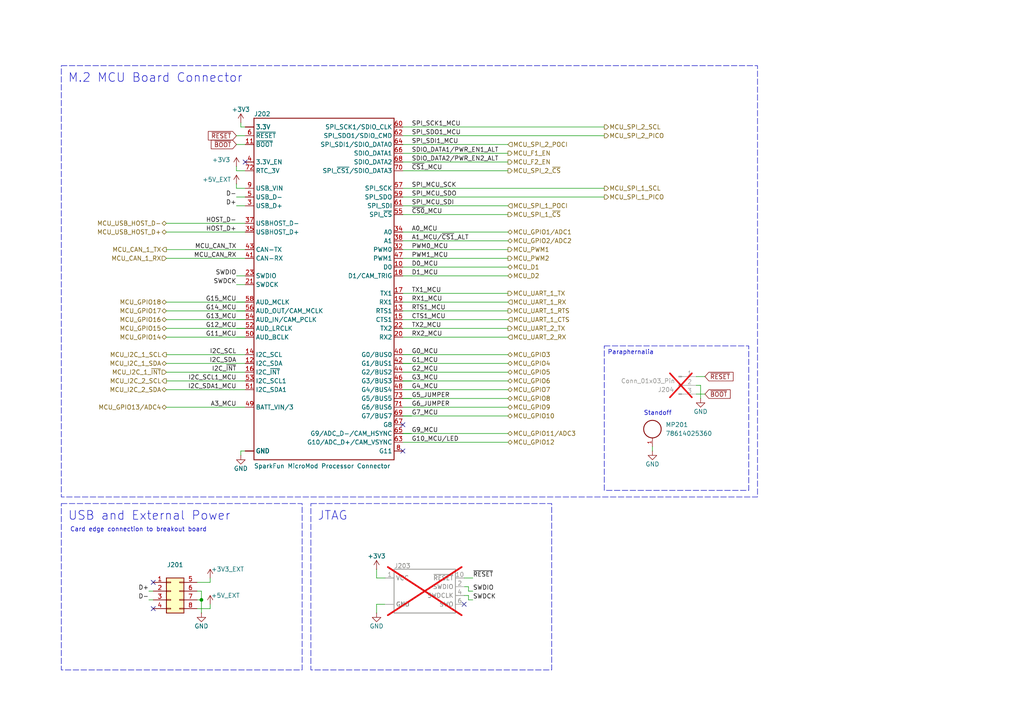
<source format=kicad_sch>
(kicad_sch (version 20231120) (generator "eeschema") (generator_version "8.0")
  (paper "A4")
  (title_block (title "bac MCU MicroMod Main Board Dual Function Single bacBus v1") (date "2025-02-12") (rev "1") (company "Build a CubeSat") (comment 1 "Manuel Imboden") (comment 2 "CC BY-SA 4.0") (comment 3 "https://buildacubesat.space"))
  (lib_symbols
    (symbol "Connector:Conn_01x03_Pin" (pin_names (offset 1.016) hide)
      (property "Reference" "J" (at 0 5.08 0))
      (property "Value" "Conn_01x03_Pin" (at 0 -5.08 0))
      (symbol "Conn_01x03_Pin_1_1"
        (polyline (pts (xy 1.27 -2.54) (xy 0.8636 -2.54)) (stroke (width 0.1524)))
        (polyline (pts (xy 1.27 0) (xy 0.8636 0)) (stroke (width 0.1524)))
        (polyline (pts (xy 1.27 2.54) (xy 0.8636 2.54)) (stroke (width 0.1524)))
        (rectangle (start 0.8636 -2.413) (end 0 -2.667) (stroke (width 0.1524)) (fill (type outline)))
        (rectangle (start 0.8636 0.127) (end 0 -0.127) (stroke (width 0.1524)) (fill (type outline)))
        (rectangle (start 0.8636 2.667) (end 0 2.413) (stroke (width 0.1524)) (fill (type outline)))
        (pin passive line (at 5.08 2.54 180) (length 3.81) (name "Pin_1") (number "1"))
        (pin passive line (at 5.08 0 180) (length 3.81) (name "Pin_2") (number "2"))
        (pin passive line (at 5.08 -2.54 180) (length 3.81) (name "Pin_3") (number "3"))
      )
    )
    (symbol "Connector_Generic:Conn_02x04_Top_Bottom" (pin_names (offset 1.016) hide)
      (property "Reference" "J" (at 1.27 5.08 0))
      (property "Value" "Conn_02x04_Top_Bottom" (at 1.27 -7.62 0))
      (symbol "Conn_02x04_Top_Bottom_1_1"
        (rectangle (start -1.27 -4.953) (end 0 -5.207) (stroke (width 0.1524)))
        (rectangle (start -1.27 -2.413) (end 0 -2.667) (stroke (width 0.1524)))
        (rectangle (start -1.27 0.127) (end 0 -0.127) (stroke (width 0.1524)))
        (rectangle (start -1.27 2.667) (end 0 2.413) (stroke (width 0.1524)))
        (rectangle (start -1.27 3.81) (end 3.81 -6.35) (stroke (width 0.254)) (fill (type background)))
        (rectangle (start 3.81 -4.953) (end 2.54 -5.207) (stroke (width 0.1524)))
        (rectangle (start 3.81 -2.413) (end 2.54 -2.667) (stroke (width 0.1524)))
        (rectangle (start 3.81 0.127) (end 2.54 -0.127) (stroke (width 0.1524)))
        (rectangle (start 3.81 2.667) (end 2.54 2.413) (stroke (width 0.1524)))
        (pin passive line (at -5.08 2.54 0) (length 3.81) (name "Pin_1") (number "1"))
        (pin passive line (at -5.08 0 0) (length 3.81) (name "Pin_2") (number "2"))
        (pin passive line (at -5.08 -2.54 0) (length 3.81) (name "Pin_3") (number "3"))
        (pin passive line (at -5.08 -5.08 0) (length 3.81) (name "Pin_4") (number "4"))
        (pin passive line (at 7.62 2.54 180) (length 3.81) (name "Pin_5") (number "5"))
        (pin passive line (at 7.62 0 180) (length 3.81) (name "Pin_6") (number "6"))
        (pin passive line (at 7.62 -2.54 180) (length 3.81) (name "Pin_7") (number "7"))
        (pin passive line (at 7.62 -5.08 180) (length 3.81) (name "Pin_8") (number "8"))
      )
    )
    (symbol "bac MicroMod Main Board v1:SparkFun JTAG"
      (symbol "SparkFun JTAG_1_0"
        (polyline (pts (xy -10.16 -5.08) (xy -10.16 7.62)) (stroke (width 0.254)))
        (polyline (pts (xy -10.16 7.62) (xy 7.62 7.62)) (stroke (width 0.254)))
        (polyline (pts (xy 7.62 -5.08) (xy -10.16 -5.08)) (stroke (width 0.254)))
        (polyline (pts (xy 7.62 7.62) (xy 7.62 -5.08)) (stroke (width 0.254)))
        (pin bidirectional line (at -12.7 5.08 0) (length 2.54) (name "VCC") (number "1"))
        (pin bidirectional line (at 10.16 5.08 180) (length 2.54) (name "~{RESET}") (number "10"))
        (pin bidirectional line (at 10.16 2.54 180) (length 2.54) (name "SWDIO") (number "2"))
        (pin bidirectional line (at -12.7 -2.54 0) (length 2.54) (name "GND") (number "3"))
        (pin bidirectional line (at 10.16 0 180) (length 2.54) (name "SWDCLK") (number "4"))
        (pin bidirectional line (at -12.7 -2.54 0) (length 2.54) (name "GND") (number "5"))
        (pin bidirectional line (at 10.16 -2.54 180) (length 2.54) (name "SWO") (number "6"))
        (pin bidirectional line (at -12.7 -2.54 0) (length 2.54) (name "GND") (number "9"))
      )
    )
    (symbol "bac MicroMod Main Board v1:SparkFun MicroMod Processor Connector"
      (symbol "SparkFun MicroMod Processor Connector_1_0"
        (polyline (pts (xy -20.32 -45.72) (xy -20.32 53.34)) (stroke (width 0.254)))
        (polyline (pts (xy -20.32 53.34) (xy 20.32 53.34)) (stroke (width 0.254)))
        (polyline (pts (xy 20.32 -45.72) (xy -20.32 -45.72)) (stroke (width 0.254)))
        (polyline (pts (xy 20.32 53.34) (xy 20.32 -45.72)) (stroke (width 0.254)))
        (pin bidirectional line (at -22.86 -43.18 0) (length 2.54) (name "GND") (number "1"))
        (pin bidirectional line (at 22.86 10.16 180) (length 2.54) (name "D0") (number "10"))
        (pin bidirectional line (at -22.86 45.72 0) (length 2.54) (name "~{BOOT}") (number "11"))
        (pin bidirectional line (at -22.86 -17.78 0) (length 2.54) (name "I2C_SDA") (number "12"))
        (pin bidirectional line (at 22.86 -2.54 180) (length 2.54) (name "RTS1") (number "13"))
        (pin bidirectional line (at -22.86 -15.24 0) (length 2.54) (name "I2C_SCL") (number "14"))
        (pin bidirectional line (at 22.86 -5.08 180) (length 2.54) (name "CTS1") (number "15"))
        (pin bidirectional line (at -22.86 -20.32 0) (length 2.54) (name "I2C_~{INT}") (number "16"))
        (pin bidirectional line (at 22.86 2.54 180) (length 2.54) (name "TX1") (number "17"))
        (pin bidirectional line (at 22.86 7.62 180) (length 2.54) (name "D1/CAM_TRIG") (number "18"))
        (pin bidirectional line (at 22.86 0 180) (length 2.54) (name "RX1") (number "19"))
        (pin bidirectional line (at -22.86 50.8 0) (length 2.54) (name "3.3V") (number "2"))
        (pin bidirectional line (at 22.86 -10.16 180) (length 2.54) (name "RX2") (number "20"))
        (pin bidirectional line (at -22.86 5.08 0) (length 2.54) (name "SWDCK") (number "21"))
        (pin bidirectional line (at 22.86 -7.62 180) (length 2.54) (name "TX2") (number "22"))
        (pin bidirectional line (at -22.86 7.62 0) (length 2.54) (name "SWDIO") (number "23"))
        (pin bidirectional line (at -22.86 27.94 0) (length 2.54) (name "USB_D+") (number "3"))
        (pin bidirectional line (at 22.86 15.24 180) (length 2.54) (name "PWM0") (number "32"))
        (pin bidirectional line (at -22.86 -43.18 0) (length 2.54) (name "GND") (number "33"))
        (pin bidirectional line (at 22.86 20.32 180) (length 2.54) (name "A0") (number "34"))
        (pin bidirectional line (at -22.86 20.32 0) (length 2.54) (name "USBHOST_D+") (number "35"))
        (pin bidirectional line (at -22.86 -43.18 0) (length 2.54) (name "GND") (number "36"))
        (pin bidirectional line (at -22.86 22.86 0) (length 2.54) (name "USBHOST_D-") (number "37"))
        (pin bidirectional line (at 22.86 17.78 180) (length 2.54) (name "A1") (number "38"))
        (pin bidirectional line (at -22.86 -43.18 0) (length 2.54) (name "GND") (number "39"))
        (pin bidirectional line (at -22.86 40.64 0) (length 2.54) (name "3.3V_EN") (number "4"))
        (pin bidirectional line (at 22.86 -15.24 180) (length 2.54) (name "G0/BUS0") (number "40"))
        (pin bidirectional line (at -22.86 12.7 0) (length 2.54) (name "CAN-RX") (number "41"))
        (pin bidirectional line (at 22.86 -17.78 180) (length 2.54) (name "G1/BUS1") (number "42"))
        (pin bidirectional line (at -22.86 15.24 0) (length 2.54) (name "CAN-TX") (number "43"))
        (pin bidirectional line (at 22.86 -20.32 180) (length 2.54) (name "G2/BUS2") (number "44"))
        (pin bidirectional line (at -22.86 -43.18 0) (length 2.54) (name "GND") (number "45"))
        (pin bidirectional line (at 22.86 -22.86 180) (length 2.54) (name "G3/BUS3") (number "46"))
        (pin bidirectional line (at 22.86 12.7 180) (length 2.54) (name "PWM1") (number "47"))
        (pin bidirectional line (at 22.86 -25.4 180) (length 2.54) (name "G4/BUS4") (number "48"))
        (pin bidirectional line (at -22.86 -30.48 0) (length 2.54) (name "BATT_VIN/3") (number "49"))
        (pin bidirectional line (at -22.86 30.48 0) (length 2.54) (name "USB_D-") (number "5"))
        (pin bidirectional line (at -22.86 -10.16 0) (length 2.54) (name "AUD_BCLK") (number "50"))
        (pin bidirectional line (at -22.86 -25.4 0) (length 2.54) (name "I2C_SDA1") (number "51"))
        (pin bidirectional line (at -22.86 -7.62 0) (length 2.54) (name "AUD_LRCLK") (number "52"))
        (pin bidirectional line (at -22.86 -22.86 0) (length 2.54) (name "I2C_SCL1") (number "53"))
        (pin bidirectional line (at -22.86 -5.08 0) (length 2.54) (name "AUD_IN/CAM_PCLK") (number "54"))
        (pin bidirectional line (at 22.86 25.4 180) (length 2.54) (name "SPI_~{CS}") (number "55"))
        (pin bidirectional line (at -22.86 -2.54 0) (length 2.54) (name "AUD_OUT/CAM_MCLK") (number "56"))
        (pin bidirectional line (at 22.86 33.02 180) (length 2.54) (name "SPI_SCK") (number "57"))
        (pin bidirectional line (at -22.86 0 0) (length 2.54) (name "AUD_MCLK") (number "58"))
        (pin bidirectional line (at 22.86 30.48 180) (length 2.54) (name "SPI_SDO") (number "59"))
        (pin bidirectional line (at -22.86 48.26 0) (length 2.54) (name "~{RESET}") (number "6"))
        (pin bidirectional line (at 22.86 50.8 180) (length 2.54) (name "SPI_SCK1/SDIO_CLK") (number "60"))
        (pin bidirectional line (at 22.86 27.94 180) (length 2.54) (name "SPI_SDI") (number "61"))
        (pin bidirectional line (at 22.86 48.26 180) (length 2.54) (name "SPI_SDO1/SDIO_CMD") (number "62"))
        (pin bidirectional line (at 22.86 -40.64 180) (length 2.54) (name "G10/ADC_D+/CAM_VSYNC") (number "63"))
        (pin bidirectional line (at 22.86 45.72 180) (length 2.54) (name "SPI_SDI1/SDIO_DATA0") (number "64"))
        (pin bidirectional line (at 22.86 -38.1 180) (length 2.54) (name "G9/ADC_D-/CAM_HSYNC") (number "65"))
        (pin bidirectional line (at 22.86 43.18 180) (length 2.54) (name "SDIO_DATA1") (number "66"))
        (pin bidirectional line (at 22.86 -35.56 180) (length 2.54) (name "G8") (number "67"))
        (pin bidirectional line (at 22.86 40.64 180) (length 2.54) (name "SDIO_DATA2") (number "68"))
        (pin bidirectional line (at 22.86 -33.02 180) (length 2.54) (name "G7/BUS7") (number "69"))
        (pin bidirectional line (at -22.86 -43.18 0) (length 2.54) (name "GND") (number "7"))
        (pin bidirectional line (at 22.86 38.1 180) (length 2.54) (name "SPI_~{CS1}/SDIO_DATA3") (number "70"))
        (pin bidirectional line (at 22.86 -30.48 180) (length 2.54) (name "G6/BUS6") (number "71"))
        (pin bidirectional line (at -22.86 38.1 0) (length 2.54) (name "RTC_3V") (number "72"))
        (pin bidirectional line (at 22.86 -27.94 180) (length 2.54) (name "G5/BUS5") (number "73"))
        (pin bidirectional line (at -22.86 50.8 0) (length 2.54) (name "3.3V") (number "74"))
        (pin bidirectional line (at -22.86 -43.18 0) (length 2.54) (name "GND") (number "75"))
        (pin bidirectional line (at 22.86 -43.18 180) (length 2.54) (name "G11") (number "8"))
        (pin bidirectional line (at -22.86 33.02 0) (length 2.54) (name "USB_VIN") (number "9"))
      )
    )
    (symbol "bac MicroMod Main Board v1:WE 9774025243R" (pin_names (offset 1.016))
      (property "Reference" "MP" (at 0 3.556 0))
      (property "Value" "WE-9774025243R" (at -9.144 -4.826 0))
      (symbol "WE 9774025243R_0_0"
        (circle (center 0 0) (radius 2.54) (stroke (width 0.254)))
        (pin passive line (at -5.08 0 0) (length 2.54) (name "~") (number "1"))
      )
    )
    (symbol "power:+3.3V" (power) (pin_numbers hide) (pin_names (offset 0) hide)
      (property "Value" "+3.3V" (at 0 3.556 0))
      (symbol "+3.3V_0_1"
        (polyline (pts (xy -0.762 1.27) (xy 0 2.54)))
        (polyline (pts (xy 0 0) (xy 0 2.54)))
        (polyline (pts (xy 0 2.54) (xy 0.762 1.27)))
      )
      (symbol "+3.3V_1_1"
        (pin power_in line (at 0 0 90) (length 0) (name "~") (number "1"))
      )
    )
    (symbol "power:GND" (power) (pin_numbers hide) (pin_names (offset 0) hide)
      (property "Value" "GND" (at 0 -3.81 0))
      (symbol "GND_0_1"
        (polyline (pts (xy 0 0) (xy 0 -1.27) (xy 1.27 -1.27) (xy 0 -2.54) (xy -1.27 -1.27) (xy 0 -1.27)))
      )
      (symbol "GND_1_1"
        (pin power_in line (at 0 0 270) (length 0) (name "~") (number "1"))
      )
    )
  )
  (junction (at 58.42 173.99))
  (no_connect (at 134.62 175.26))
  (no_connect (at 116.84 123.19))
  (no_connect (at 71.12 46.99))
  (no_connect (at 44.45 176.53))
  (no_connect (at 116.84 130.81))
  (no_connect (at 44.45 168.91))
  (wire (pts (xy 119.38 44.45) (xy 147.32 44.45)))
  (wire (pts (xy 147.32 125.73) (xy 116.84 125.73)))
  (wire (pts (xy 147.32 85.09) (xy 119.38 85.09)))
  (wire (pts (xy 116.84 44.45) (xy 119.38 44.45)) (stroke (width 0.1524)))
  (wire (pts (xy 69.85 130.81) (xy 71.12 130.81)) (stroke (width 0.1524)))
  (wire (pts (xy 48.26 97.79) (xy 71.12 97.79)))
  (wire (pts (xy 147.32 87.63) (xy 119.38 87.63)))
  (wire (pts (xy 189.23 130.81) (xy 189.23 129.54)))
  (wire (pts (xy 48.26 87.63) (xy 71.12 87.63)))
  (wire (pts (xy 71.12 87.63) (xy 68.58 87.63)) (stroke (width 0.1524)))
  (wire (pts (xy 109.22 175.26) (xy 109.22 177.8)) (stroke (width 0.1524)))
  (wire (pts (xy 147.32 120.65) (xy 116.84 120.65)))
  (wire (pts (xy 147.32 128.27) (xy 116.84 128.27)))
  (wire (pts (xy 48.26 118.11) (xy 71.12 118.11)))
  (wire (pts (xy 203.2 111.76) (xy 203.2 115.57)))
  (wire (pts (xy 116.84 39.37) (xy 119.38 39.37)) (stroke (width 0.1524)))
  (wire (pts (xy 68.58 57.15) (xy 71.12 57.15)))
  (wire (pts (xy 147.32 77.47) (xy 119.38 77.47)))
  (wire (pts (xy 116.84 59.69) (xy 147.32 59.69)) (stroke (width 0.1524)))
  (wire (pts (xy 119.38 97.79) (xy 116.84 97.79)) (stroke (width 0.1524)))
  (wire (pts (xy 48.26 102.87) (xy 71.12 102.87)) (stroke (width 0.1524)))
  (wire (pts (xy 135.89 173.99) (xy 135.89 172.72)) (stroke (width 0.1524)))
  (wire (pts (xy 68.58 82.55) (xy 71.12 82.55)) (stroke (width 0.1524)))
  (wire (pts (xy 119.38 36.83) (xy 175.26 36.83)))
  (wire (pts (xy 48.26 64.77) (xy 71.12 64.77)) (stroke (width 0.1524)))
  (wire (pts (xy 57.15 173.99) (xy 58.42 173.99)))
  (wire (pts (xy 71.12 49.53) (xy 68.58 49.53)))
  (wire (pts (xy 111.76 167.64) (xy 109.22 167.64)) (stroke (width 0.1524)))
  (wire (pts (xy 116.84 49.53) (xy 147.32 49.53)) (stroke (width 0.1524)))
  (wire (pts (xy 147.32 107.95) (xy 116.84 107.95)))
  (wire (pts (xy 119.38 80.01) (xy 116.84 80.01)) (stroke (width 0.1524)))
  (wire (pts (xy 116.84 118.11) (xy 119.38 118.11)) (stroke (width 0.1524)))
  (wire (pts (xy 48.26 90.17) (xy 71.12 90.17)))
  (wire (pts (xy 147.32 67.31) (xy 119.38 67.31)))
  (wire (pts (xy 116.84 115.57) (xy 119.38 115.57)) (stroke (width 0.1524)))
  (wire (pts (xy 71.12 92.71) (xy 68.58 92.71)) (stroke (width 0.1524)))
  (wire (pts (xy 147.32 74.93) (xy 119.38 74.93)))
  (wire (pts (xy 57.15 168.91) (xy 60.96 168.91)))
  (wire (pts (xy 147.32 118.11) (xy 116.84 118.11)))
  (wire (pts (xy 116.84 62.23) (xy 147.32 62.23)) (stroke (width 0.1524)))
  (wire (pts (xy 111.76 175.26) (xy 109.22 175.26)) (stroke (width 0.1524)))
  (wire (pts (xy 109.22 167.64) (xy 109.22 165.1)) (stroke (width 0.1524)))
  (wire (pts (xy 147.32 72.39) (xy 119.38 72.39)))
  (wire (pts (xy 116.84 128.27) (xy 119.38 128.27)) (stroke (width 0.1524)))
  (wire (pts (xy 147.32 90.17) (xy 119.38 90.17)))
  (wire (pts (xy 71.12 90.17) (xy 68.58 90.17)) (stroke (width 0.1524)))
  (wire (pts (xy 68.58 49.53) (xy 68.58 48.26)))
  (wire (pts (xy 48.26 113.03) (xy 68.58 113.03)))
  (wire (pts (xy 119.38 72.39) (xy 116.84 72.39)) (stroke (width 0.1524)))
  (wire (pts (xy 147.32 92.71) (xy 119.38 92.71)))
  (wire (pts (xy 116.84 54.61) (xy 175.26 54.61)) (stroke (width 0.1524)))
  (wire (pts (xy 135.89 170.18) (xy 134.62 170.18)) (stroke (width 0.1524)))
  (wire (pts (xy 119.38 105.41) (xy 116.84 105.41)) (stroke (width 0.1524)))
  (wire (pts (xy 116.84 90.17) (xy 119.38 90.17)) (stroke (width 0.1524)))
  (wire (pts (xy 147.32 95.25) (xy 119.38 95.25)))
  (wire (pts (xy 43.18 171.45) (xy 44.45 171.45)))
  (wire (pts (xy 119.38 110.49) (xy 116.84 110.49)) (stroke (width 0.1524)))
  (wire (pts (xy 116.84 92.71) (xy 119.38 92.71)) (stroke (width 0.1524)))
  (wire (pts (xy 147.32 97.79) (xy 119.38 97.79)))
  (wire (pts (xy 71.12 95.25) (xy 68.58 95.25)) (stroke (width 0.1524)))
  (wire (pts (xy 116.84 57.15) (xy 175.26 57.15)) (stroke (width 0.1524)))
  (wire (pts (xy 116.84 125.73) (xy 119.38 125.73)) (stroke (width 0.1524)))
  (wire (pts (xy 60.96 168.91) (xy 60.96 167.64)))
  (wire (pts (xy 68.58 39.37) (xy 71.12 39.37)))
  (wire (pts (xy 135.89 171.45) (xy 135.89 170.18)) (stroke (width 0.1524)))
  (wire (pts (xy 48.26 95.25) (xy 71.12 95.25)))
  (wire (pts (xy 58.42 171.45) (xy 58.42 173.99)))
  (wire (pts (xy 119.38 69.85) (xy 116.84 69.85)) (stroke (width 0.1524)))
  (wire (pts (xy 116.84 41.91) (xy 147.32 41.91)))
  (wire (pts (xy 147.32 102.87) (xy 116.84 102.87)))
  (wire (pts (xy 60.96 176.53) (xy 60.96 175.26)))
  (wire (pts (xy 119.38 77.47) (xy 116.84 77.47)) (stroke (width 0.1524)))
  (wire (pts (xy 116.84 120.65) (xy 119.38 120.65)) (stroke (width 0.1524)))
  (wire (pts (xy 48.26 67.31) (xy 71.12 67.31)) (stroke (width 0.1524)))
  (wire (pts (xy 48.26 107.95) (xy 71.12 107.95)) (stroke (width 0.1524)))
  (wire (pts (xy 147.32 80.01) (xy 119.38 80.01)))
  (wire (pts (xy 116.84 46.99) (xy 147.32 46.99)) (stroke (width 0.1524)))
  (wire (pts (xy 119.38 67.31) (xy 116.84 67.31)) (stroke (width 0.1524)))
  (wire (pts (xy 48.26 74.93) (xy 71.12 74.93)) (stroke (width 0.1524)))
  (wire (pts (xy 119.38 87.63) (xy 116.84 87.63)) (stroke (width 0.1524)))
  (wire (pts (xy 71.12 54.61) (xy 68.58 54.61)) (stroke (width 0.1524)))
  (wire (pts (xy 201.93 114.3) (xy 204.47 114.3)))
  (wire (pts (xy 43.18 173.99) (xy 44.45 173.99)))
  (wire (pts (xy 119.38 39.37) (xy 175.26 39.37)))
  (wire (pts (xy 116.84 36.83) (xy 119.38 36.83)) (stroke (width 0.1524)))
  (wire (pts (xy 71.12 113.03) (xy 68.58 113.03)) (stroke (width 0.1524)))
  (wire (pts (xy 48.26 105.41) (xy 68.58 105.41)))
  (wire (pts (xy 58.42 173.99) (xy 58.42 177.8)))
  (wire (pts (xy 147.32 113.03) (xy 116.84 113.03)))
  (wire (pts (xy 48.26 92.71) (xy 71.12 92.71)))
  (wire (pts (xy 134.62 167.64) (xy 137.16 167.64)) (stroke (width 0.1524)))
  (wire (pts (xy 69.85 36.83) (xy 71.12 36.83)))
  (wire (pts (xy 135.89 173.99) (xy 137.16 173.99)) (stroke (width 0.1524)))
  (wire (pts (xy 68.58 59.69) (xy 71.12 59.69)))
  (wire (pts (xy 116.84 74.93) (xy 119.38 74.93)) (stroke (width 0.1524)))
  (wire (pts (xy 71.12 97.79) (xy 68.58 97.79)) (stroke (width 0.1524)))
  (wire (pts (xy 68.58 105.41) (xy 71.12 105.41)) (stroke (width 0.1524)))
  (wire (pts (xy 48.26 72.39) (xy 71.12 72.39)) (stroke (width 0.1524)))
  (wire (pts (xy 69.85 130.81) (xy 69.85 132.08)) (stroke (width 0.1524)))
  (wire (pts (xy 201.93 109.22) (xy 204.47 109.22)))
  (wire (pts (xy 119.38 95.25) (xy 116.84 95.25)) (stroke (width 0.1524)))
  (wire (pts (xy 135.89 171.45) (xy 137.16 171.45)) (stroke (width 0.1524)))
  (wire (pts (xy 135.89 172.72) (xy 134.62 172.72)) (stroke (width 0.1524)))
  (wire (pts (xy 119.38 107.95) (xy 116.84 107.95)) (stroke (width 0.1524)))
  (wire (pts (xy 147.32 110.49) (xy 116.84 110.49)))
  (wire (pts (xy 69.85 35.56) (xy 69.85 36.83)))
  (wire (pts (xy 57.15 176.53) (xy 60.96 176.53)))
  (wire (pts (xy 201.93 111.76) (xy 203.2 111.76)))
  (wire (pts (xy 68.58 41.91) (xy 71.12 41.91)))
  (wire (pts (xy 68.58 53.34) (xy 68.58 54.61)) (stroke (width 0.1524)))
  (wire (pts (xy 48.26 110.49) (xy 71.12 110.49)) (stroke (width 0.1524)))
  (wire (pts (xy 119.38 102.87) (xy 116.84 102.87)) (stroke (width 0.1524)))
  (wire (pts (xy 68.58 80.01) (xy 71.12 80.01)) (stroke (width 0.1524)))
  (wire (pts (xy 147.32 115.57) (xy 116.84 115.57)))
  (wire (pts (xy 119.38 85.09) (xy 116.84 85.09)) (stroke (width 0.1524)))
  (wire (pts (xy 116.84 113.03) (xy 119.38 113.03)) (stroke (width 0.1524)))
  (wire (pts (xy 71.12 118.11) (xy 68.58 118.11)) (stroke (width 0.1524)))
  (wire (pts (xy 147.32 105.41) (xy 116.84 105.41)))
  (wire (pts (xy 147.32 69.85) (xy 119.38 69.85)))
  (wire (pts (xy 57.15 171.45) (xy 58.42 171.45)))
  (text_box "USB and External Power" (at 17.78 146.05 0) (size 69.85 48.26) (stroke (width 0) (type dash)) (effects (font (size 2.54 2.54)) (justify left top)))
  (text_box "JTAG" (at 90.17 146.05 0) (size 69.85 48.26) (stroke (width 0) (type dash)) (effects (font (size 2.54 2.54)) (justify left top)))
  (text_box "Paraphernalia" (at 175.26 100.33 0) (size 41.91 41.91) (stroke (width 0) (type dash)) (effects (font (size 1.27 1.27)) (justify left top)))
  (text_box "M.2 MCU Board Connector" (at 17.78 19.05 0) (size 201.93 125.095) (stroke (width 0) (type dash)) (effects (font (size 2.54 2.54)) (justify left top)))
  (text "Standoff" (at 186.69 120.65 0) (effects (font (size 1.27 1.27)) (justify left bottom)))
  (text "Card edge connection to breakout board" (at 20.32 153.67 0) (effects (font (size 1.27 1.27)) (justify left)))
  (label "G9_MCU" (at 119.38 125.73 0))
  (label "G7_MCU" (at 119.38 120.65 0))
  (label "SPI_SDI1_MCU" (at 119.38 41.91 0))
  (label "G0_MCU" (at 119.38 102.87 0))
  (label "PWM0_MCU" (at 119.38 72.39 0))
  (label "SWDCK" (at 68.58 82.55 180))
  (label "G1_MCU" (at 119.38 105.41 0))
  (label "G10_MCU{slash}LED" (at 119.38 128.27 0))
  (label "RX2_MCU" (at 119.38 97.79 0))
  (label "TX1_MCU" (at 119.38 85.09 0))
  (label "G12_MCU" (at 68.58 95.25 180))
  (label "G4_MCU" (at 119.38 113.03 0))
  (label "I2C_SCL" (at 68.58 102.87 180))
  (label "G5_JUMPER" (at 119.38 115.57 0))
  (label "SPI_SCK1_MCU" (at 119.38 36.83 0))
  (label "~{RESET}" (at 137.16 167.64 0))
  (label "SWDIO" (at 137.16 171.45 0))
  (label "RTS1_MCU" (at 119.38 90.17 0))
  (label "I2C_SDA1_MCU" (at 68.58 113.03 180))
  (label "PWM1_MCU" (at 119.38 74.93 0))
  (label "TX2_MCU" (at 119.38 95.25 0))
  (label "HOST_D-" (at 68.58 64.77 180))
  (label "D0_MCU" (at 119.38 77.47 0))
  (label "I2C_SCL1_MCU" (at 68.58 110.49 180))
  (label "D-" (at 43.18 173.99 180))
  (label "A0_MCU" (at 119.38 67.31 0))
  (label "G6_JUMPER" (at 119.38 118.11 0))
  (label "D1_MCU" (at 119.38 80.01 0))
  (label "I2C_~{INT}" (at 68.58 107.95 180))
  (label "SPI_MCU_SDI" (at 119.38 59.69 0))
  (label "G15_MCU" (at 68.58 87.63 180))
  (label "HOST_D+" (at 68.58 67.31 180))
  (label "SDIO_DATA1{slash}PWR_EN1_ALT" (at 119.38 44.45 0))
  (label "A3_MCU" (at 68.58 118.11 180))
  (label "SPI_MCU_SDO" (at 119.38 57.15 0))
  (label "SDIO_DATA2{slash}PWR_EN2_ALT" (at 119.38 46.99 0))
  (label "MCU_CAN_TX" (at 68.58 72.39 180))
  (label "D+" (at 68.58 59.69 180))
  (label "G13_MCU" (at 68.58 92.71 180))
  (label "G11_MCU" (at 68.58 97.79 180))
  (label "G2_MCU" (at 119.38 107.95 0))
  (label "I2C_SDA" (at 68.58 105.41 180))
  (label "SPI_SDO1_MCU" (at 119.38 39.37 0))
  (label "G14_MCU" (at 68.58 90.17 180))
  (label "SPI_MCU_SCK" (at 119.38 54.61 0))
  (label "RX1_MCU" (at 119.38 87.63 0))
  (label "~{CS1}_MCU" (at 119.38 49.53 0))
  (label "D-" (at 68.58 57.15 180))
  (label "D+" (at 43.18 171.45 180))
  (label "SWDCK" (at 137.16 173.99 0))
  (label "G3_MCU" (at 119.38 110.49 0))
  (label "~{CS0}_MCU" (at 119.38 62.23 0))
  (label "CTS1_MCU" (at 119.38 92.71 0))
  (label "MCU_CAN_RX" (at 68.58 74.93 180))
  (label "A1_MCU{slash}~{CS1}_ALT" (at 119.38 69.85 0))
  (label "SWDIO" (at 68.58 80.01 180))
  (global_label "~{BOOT}" (shape input) (at 68.58 41.91 180) (property "Intersheetrefs" "${INTERSHEET_REFS}" (effects (hide yes))))
  (global_label "~{BOOT}" (shape input) (at 204.47 114.3 0) (property "Intersheetrefs" "${INTERSHEET_REFS}" (effects (hide yes))))
  (global_label "~{RESET}" (shape input) (at 204.47 109.22 0) (property "Intersheetrefs" "${INTERSHEET_REFS}" (effects (hide yes))))
  (global_label "~{RESET}" (shape input) (at 68.58 39.37 180) (property "Intersheetrefs" "${INTERSHEET_REFS}" (effects (hide yes))))
  (hierarchical_label "MCU_GPIO9" (shape bidirectional) (at 147.32 118.11 0))
  (hierarchical_label "MCU_UART_1_TX" (shape output) (at 147.32 85.09 0))
  (hierarchical_label "MCU_GPIO11{slash}ADC3" (shape bidirectional) (at 147.32 125.73 0))
  (hierarchical_label "MCU_GPIO13{slash}ADC4" (shape bidirectional) (at 48.26 118.11 180))
  (hierarchical_label "MCU_SPI_1_POCI" (shape input) (at 147.32 59.69 0))
  (hierarchical_label "MCU_PWM1" (shape output) (at 147.32 72.39 0))
  (hierarchical_label "MCU_D2" (shape bidirectional) (at 147.32 80.01 0))
  (hierarchical_label "MCU_UART_1_RTS" (shape output) (at 147.32 90.17 0))
  (hierarchical_label "MCU_GPIO6" (shape bidirectional) (at 147.32 110.49 0))
  (hierarchical_label "MCU_UART_1_RX" (shape input) (at 147.32 87.63 0))
  (hierarchical_label "MCU_GPIO12" (shape bidirectional) (at 147.32 128.27 0))
  (hierarchical_label "MCU_F2_EN" (shape output) (at 147.32 46.99 0))
  (hierarchical_label "MCU_SPI_2_~{CS}" (shape output) (at 147.32 49.53 0))
  (hierarchical_label "MCU_USB_HOST_D+" (shape bidirectional) (at 48.26 67.31 180))
  (hierarchical_label "MCU_GPIO17" (shape bidirectional) (at 48.26 90.17 180))
  (hierarchical_label "MCU_PWM2" (shape output) (at 147.32 74.93 0))
  (hierarchical_label "MCU_UART_1_CTS" (shape input) (at 147.32 92.71 0))
  (hierarchical_label "MCU_CAN_1_TX" (shape output) (at 48.26 72.39 180))
  (hierarchical_label "MCU_I2C_1_SCL" (shape output) (at 48.26 102.87 180))
  (hierarchical_label "MCU_SPI_2_POCI" (shape input) (at 147.32 41.91 0))
  (hierarchical_label "MCU_I2C_2_SDA" (shape bidirectional) (at 48.26 113.03 180))
  (hierarchical_label "MCU_SPI_2_PICO" (shape output) (at 175.26 39.37 0))
  (hierarchical_label "MCU_USB_HOST_D-" (shape bidirectional) (at 48.26 64.77 180))
  (hierarchical_label "MCU_GPIO3" (shape bidirectional) (at 147.32 102.87 0))
  (hierarchical_label "MCU_GPIO2{slash}ADC2" (shape bidirectional) (at 147.32 69.85 0))
  (hierarchical_label "MCU_GPIO1{slash}ADC1" (shape bidirectional) (at 147.32 67.31 0))
  (hierarchical_label "MCU_GPIO10" (shape bidirectional) (at 147.32 120.65 0))
  (hierarchical_label "MCU_D1" (shape bidirectional) (at 147.32 77.47 0))
  (hierarchical_label "MCU_SPI_1_~{CS}" (shape output) (at 147.32 62.23 0))
  (hierarchical_label "MCU_UART_2_TX" (shape output) (at 147.32 95.25 0))
  (hierarchical_label "MCU_SPI_1_SCL" (shape output) (at 175.26 54.61 0))
  (hierarchical_label "MCU_GPIO14" (shape bidirectional) (at 48.26 97.79 180))
  (hierarchical_label "MCU_GPIO15" (shape bidirectional) (at 48.26 95.25 180))
  (hierarchical_label "MCU_SPI_1_PICO" (shape output) (at 175.26 57.15 0))
  (hierarchical_label "MCU_GPIO16" (shape bidirectional) (at 48.26 92.71 180))
  (hierarchical_label "MCU_CAN_1_RX" (shape input) (at 48.26 74.93 180))
  (hierarchical_label "MCU_I2C_1_SDA" (shape bidirectional) (at 48.26 105.41 180))
  (hierarchical_label "MCU_GPIO7" (shape bidirectional) (at 147.32 113.03 0))
  (hierarchical_label "MCU_I2C_2_SCL" (shape output) (at 48.26 110.49 180))
  (hierarchical_label "MCU_GPIO5" (shape bidirectional) (at 147.32 107.95 0))
  (hierarchical_label "MCU_GPIO4" (shape bidirectional) (at 147.32 105.41 0))
  (hierarchical_label "MCU_F1_EN" (shape output) (at 147.32 44.45 0))
  (hierarchical_label "MCU_GPIO8" (shape bidirectional) (at 147.32 115.57 0))
  (hierarchical_label "MCU_SPI_2_SCL" (shape output) (at 175.26 36.83 0))
  (hierarchical_label "MCU_GPIO18" (shape bidirectional) (at 48.26 87.63 180))
  (hierarchical_label "MCU_I2C_1_~{INT}" (shape input) (at 48.26 107.95 180))
  (hierarchical_label "MCU_UART_2_RX" (shape input) (at 147.32 97.79 0))
  (symbol (lib_id "power:GND") (at 109.22 177.8 0) (unit 1)
    (property "Reference" "#PWR0211" (effects (hide yes)))
    (property "Value" "GND" (at 109.22 181.61 0))
    (property "Description" "Power symbol creates a global label with name \"GND\" , ground" (effects (hide yes)))
  )
  (symbol (lib_id "power:+3.3V") (at 60.96 175.26 0) (mirror y) (unit 1)
    (property "Reference" "#PWR0203" (effects (hide yes)))
    (property "Value" "+5V_EXT" (at 65.405 172.72 0))
    (property "Description" "Power symbol creates a global label with name \"+3.3V\"" (effects (hide yes)))
  )
  (symbol (lib_id "Connector:Conn_01x03_Pin") (at 196.85 111.76 0) (unit 1) (dnp yes)
    (property "Reference" "J204" (at 195.58 113.03 0) (effects (justify right)))
    (property "Value" "Conn_01x03_Pin" (at 187.96 110.49 0))
    (property "Footprint" "Connector_PinHeader_2.54mm:PinHeader_1x03_P2.54mm_Vertical_SMD_Pin1Left" (effects (hide yes)))
    (property "Description" "Generic connector, single row, 01x03, script generated" (effects (hide yes)))
  )
  (symbol (lib_id "power:GND") (at 58.42 177.8 0) (unit 1)
    (property "Reference" "#PWR0202" (effects (hide yes)))
    (property "Value" "GND" (at 58.42 181.61 0))
    (property "Description" "Power symbol creates a global label with name \"GND\" , ground" (effects (hide yes)))
  )
  (symbol (lib_id "bac MicroMod Main Board v1:WE 9774025243R") (at 189.23 124.46 90) (unit 1)
    (property "Reference" "MP201" (at 193.04 123.1899 90) (effects (justify right)))
    (property "Value" "78614025360" (at 193.04 125.7299 90) (effects (justify right)))
    (property "Footprint" "bac MicroMod Main Board v1:WE-9774025243R" (effects (hide yes)))
    (property "Datasheet" "https://www.we-online.com/components/products/datasheet/9774025243R.pdf" (effects (hide yes)))
    (property "Description" "Round Spacer Threaded M2.5 Steel 0.098\" (2.50mm)" (effects (hide yes)))
    (property "OD" "4.35mm" (effects (hide yes)))
    (property "ID" "2.8mm" (effects (hide yes)))
    (property "Height" "2.5mm" (effects (hide yes)))
    (property "Thread" "M3" (effects (hide yes)))
    (property "THREAD" "M2.5" (effects (hide yes)))
    (property "LENGTH" "2.5mm" (effects (hide yes)))
  )
  (symbol (lib_id "power:GND") (at 203.2 115.57 0) (unit 1)
    (property "Reference" "#PWR0213" (effects (hide yes)))
    (property "Value" "GND" (at 203.2 119.38 0))
    (property "Description" "Power symbol creates a global label with name \"GND\" , ground" (effects (hide yes)))
  )
  (symbol (lib_id "power:+3.3V") (at 68.58 48.26 0) (unit 1)
    (property "Reference" "#PWR0205" (effects (hide yes)))
    (property "Value" "+3V3" (at 64.135 46.355 0))
    (property "Description" "Power symbol creates a global label with name \"+3.3V\"" (effects (hide yes)))
  )
  (symbol (lib_id "bac MicroMod Main Board v1:SparkFun JTAG") (at 124.46 172.72 0) (unit 1) (dnp yes)
    (property "Reference" "J203" (at 114.3 164.846 0) (effects (justify left bottom)))
    (property "Value" "SparkFun JTAG" (effects (hide yes)))
    (property "Footprint" "Connector_PinHeader_1.27mm:PinHeader_2x05_P1.27mm_Vertical" (effects (hide yes)))
    (property "Description" "Cortex Debug Connector - 10 pin\n\nSupports JTAG debug, Serial Wire debug, and Serial Wire Viewer. PTH and SMD connector options available.\n\nGeneral Connector Information\n\nProducts:\n\n• PTH Connector -via Digi-Key\n• SparkFun PSoc\n• SparkFun T" (effects (hide yes)))
  )
  (symbol (lib_id "power:+3.3V") (at 109.22 165.1 0) (unit 1)
    (property "Reference" "#PWR0210" (effects (hide yes)))
    (property "Value" "+3V3" (at 109.22 161.29 0))
    (property "Description" "Power symbol creates a global label with name \"+3.3V\"" (effects (hide yes)))
  )
  (symbol (lib_id "power:+3.3V") (at 69.85 35.56 0) (unit 1)
    (property "Reference" "#PWR0208" (effects (hide yes)))
    (property "Value" "+3V3" (at 69.85 31.75 0))
    (property "Description" "Power symbol creates a global label with name \"+3.3V\"" (effects (hide yes)))
  )
  (symbol (lib_id "power:GND") (at 189.23 130.81 0) (unit 1)
    (property "Reference" "#PWR0212" (effects (hide yes)))
    (property "Value" "GND" (at 189.23 134.62 0))
    (property "Description" "Power symbol creates a global label with name \"GND\" , ground" (effects (hide yes)))
  )
  (symbol (lib_id "power:+3.3V") (at 68.58 53.34 0) (unit 1)
    (property "Reference" "#PWR0206" (effects (hide yes)))
    (property "Value" "+5V_EXT" (at 62.865 52.07 0))
    (property "Description" "Power symbol creates a global label with name \"+3.3V\"" (effects (hide yes)))
  )
  (symbol (lib_id "Connector_Generic:Conn_02x04_Top_Bottom") (at 49.53 171.45 0) (unit 1)
    (property "Reference" "J201" (at 50.8 163.83 0))
    (property "Value" "Conn_02x04_Top_Bottom" (effects (hide yes)))
    (property "Footprint" "bac MicroMod Main Board v1:bac-KYO-00-9159-BTB" (effects (hide yes)))
    (property "Description" "Generic connector, double row, 02x04, top/bottom pin numbering scheme (row 1: 1...pins_per_row, row2: pins_per_row+1 ... num_pins), script generated (kicad-library-utils/schlib/autogen/connector/)" (effects (hide yes)))
  )
  (symbol (lib_id "power:GND") (at 69.85 132.08 0) (unit 1)
    (property "Reference" "#PWR0209" (effects (hide yes)))
    (property "Value" "GND" (at 69.85 135.89 0))
    (property "Description" "Power symbol creates a global label with name \"GND\" , ground" (effects (hide yes)))
  )
  (symbol (lib_id "power:+3.3V") (at 60.96 167.64 0) (mirror y) (unit 1)
    (property "Reference" "#PWR0207" (effects (hide yes)))
    (property "Value" "+3V3_EXT" (at 66.04 165.1 0))
    (property "Description" "Power symbol creates a global label with name \"+3.3V\"" (effects (hide yes)))
  )
  (symbol (lib_id "bac MicroMod Main Board v1:SparkFun MicroMod Processor Connector") (at 93.98 87.63 0) (unit 1)
    (property "Reference" "J202" (at 73.66 33.782 0) (effects (justify left bottom)))
    (property "Value" "SparkFun MicroMod Processor Connector" (at 73.66 135.89 0) (effects (justify left bottom)))
    (property "Footprint" "bac MicroMod Main Board v1:bac-M.2-Key-E-MicroMod-Processor" (effects (hide yes)))
    (property "Description" "MicroMod Connector\n\nDescription: A card edge connector and mating PCB connector to allow various MicroMod Processor Boards to be coupled with various carrier boards of different capabilities. Based on the M.2 standard." (effects (hide yes)))
  )
)
</source>
